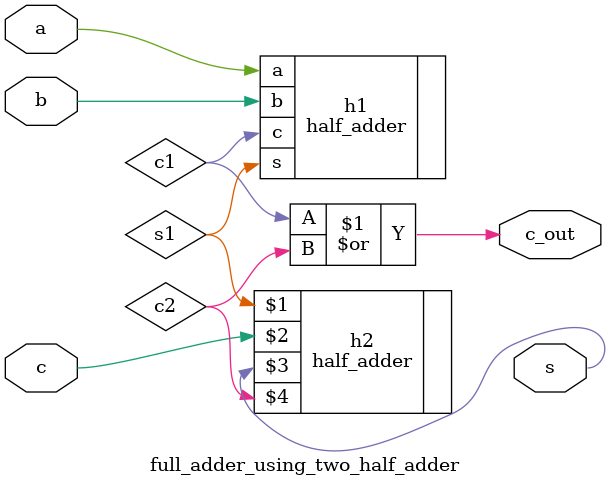
<source format=v>
`timescale 1ns / 1ps


module full_adder_using_two_half_adder(a,b,c,s,c_out);
input a,b,c;
output s,c_out;
wire s1,c1,c2;

half_adder h1(.a(a),.b(b),.s(s1),.c(c1));

half_adder h2(s1,c,s,c2);
or(c_out,c1,c2);
endmodule
/////////////////////////////////////////////////

</source>
